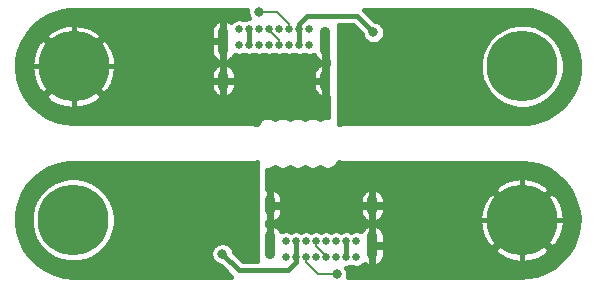
<source format=gtl>
G04 #@! TF.GenerationSoftware,KiCad,Pcbnew,(5.1.10)-1*
G04 #@! TF.CreationDate,2021-08-18T17:13:35+08:00*
G04 #@! TF.ProjectId,dboard,64626f61-7264-42e6-9b69-6361645f7063,rev?*
G04 #@! TF.SameCoordinates,Original*
G04 #@! TF.FileFunction,Copper,L1,Top*
G04 #@! TF.FilePolarity,Positive*
%FSLAX46Y46*%
G04 Gerber Fmt 4.6, Leading zero omitted, Abs format (unit mm)*
G04 Created by KiCad (PCBNEW (5.1.10)-1) date 2021-08-18 17:13:35*
%MOMM*%
%LPD*%
G01*
G04 APERTURE LIST*
G04 #@! TA.AperFunction,ComponentPad*
%ADD10O,0.900000X1.700000*%
G04 #@! TD*
G04 #@! TA.AperFunction,ComponentPad*
%ADD11O,0.900000X2.400000*%
G04 #@! TD*
G04 #@! TA.AperFunction,ComponentPad*
%ADD12C,0.650000*%
G04 #@! TD*
G04 #@! TA.AperFunction,ComponentPad*
%ADD13C,0.800000*%
G04 #@! TD*
G04 #@! TA.AperFunction,ComponentPad*
%ADD14C,6.000000*%
G04 #@! TD*
G04 #@! TA.AperFunction,ViaPad*
%ADD15C,0.800000*%
G04 #@! TD*
G04 #@! TA.AperFunction,Conductor*
%ADD16C,0.400000*%
G04 #@! TD*
G04 #@! TA.AperFunction,Conductor*
%ADD17C,0.200000*%
G04 #@! TD*
G04 #@! TA.AperFunction,Conductor*
%ADD18C,0.100000*%
G04 #@! TD*
G04 APERTURE END LIST*
D10*
X-8293750Y6280000D03*
X356250Y6280000D03*
D11*
X-8293750Y9660000D03*
X356250Y9660000D03*
D12*
X-6948750Y9315000D03*
X-6098750Y9315000D03*
X-5248750Y9315000D03*
X-4398750Y9315000D03*
X-3548750Y9315000D03*
X-2698750Y9315000D03*
X-1848750Y9315000D03*
X-993750Y9315000D03*
X-6943750Y10640000D03*
X-6093750Y10640000D03*
X-5243750Y10640000D03*
X-4393750Y10640000D03*
X-3543750Y10640000D03*
X-1843750Y10640000D03*
X-993750Y10640000D03*
X-2693750Y10640000D03*
D13*
X15404904Y5873654D03*
X17031250Y5200000D03*
X18657596Y5873654D03*
X19331250Y7500000D03*
X18657596Y9126346D03*
X17031250Y9800000D03*
X15404904Y9126346D03*
X14731250Y7500000D03*
D14*
X17031250Y7500000D03*
D13*
X-22595096Y5873654D03*
X-20968750Y5200000D03*
X-19342404Y5873654D03*
X-18668750Y7500000D03*
X-19342404Y9126346D03*
X-20968750Y9800000D03*
X-22595096Y9126346D03*
X-23268750Y7500000D03*
D14*
X-20968750Y7500000D03*
D12*
X-1275000Y-8640000D03*
X-2975000Y-8640000D03*
X-2125000Y-8640000D03*
X-425000Y-8640000D03*
X425000Y-8640000D03*
X1275000Y-8640000D03*
X2125000Y-8640000D03*
X2975000Y-8640000D03*
X-2975000Y-7315000D03*
X-2120000Y-7315000D03*
X-1270000Y-7315000D03*
X-420000Y-7315000D03*
X430000Y-7315000D03*
X1280000Y-7315000D03*
X2130000Y-7315000D03*
X2980000Y-7315000D03*
D11*
X-4325000Y-7660000D03*
X4325000Y-7660000D03*
D10*
X-4325000Y-4280000D03*
X4325000Y-4280000D03*
D14*
X17000000Y-5500000D03*
D13*
X19300000Y-5500000D03*
X18626346Y-7126346D03*
X17000000Y-7800000D03*
X15373654Y-7126346D03*
X14700000Y-5500000D03*
X15373654Y-3873654D03*
X17000000Y-3200000D03*
X18626346Y-3873654D03*
D14*
X-21000000Y-5500000D03*
D13*
X-18700000Y-5500000D03*
X-19373654Y-7126346D03*
X-21000000Y-7800000D03*
X-22626346Y-7126346D03*
X-23300000Y-5500000D03*
X-22626346Y-3873654D03*
X-21000000Y-3200000D03*
X-19373654Y-3873654D03*
D15*
X-10100000Y-3300000D03*
X-12500000Y-3300000D03*
X-15100000Y-7100000D03*
X-15100000Y-3100000D03*
X-16400000Y-5100000D03*
X8531250Y5300000D03*
X11131250Y9100000D03*
X11131250Y5100000D03*
X6131250Y5300000D03*
X12431250Y7100000D03*
X-8382000Y-8382000D03*
X4413250Y10382000D03*
X1307716Y-10122285D03*
X-5276466Y12122285D03*
D16*
X17000000Y-5500000D02*
X17000000Y-1500000D01*
X17000000Y-5500000D02*
X21000000Y-5500000D01*
X17000000Y-5500000D02*
X17000000Y-9500000D01*
X17000000Y-5500000D02*
X12500000Y-5500000D01*
X-20968750Y7500000D02*
X-16468750Y7500000D01*
X-20968750Y7500000D02*
X-20968750Y3500000D01*
X-20968750Y7500000D02*
X-24968750Y7500000D01*
X-20968750Y7500000D02*
X-20968750Y11500000D01*
X-2120000Y-8635000D02*
X-2125000Y-8640000D01*
X-2120000Y-7315000D02*
X-2120000Y-8635000D01*
X2130000Y-8635000D02*
X2125000Y-8640000D01*
X2130000Y-7315000D02*
X2130000Y-8635000D01*
X-8382000Y-8382000D02*
X-6985000Y-9779000D01*
X-2125000Y-9099619D02*
X-2125000Y-8640000D01*
X-2804381Y-9779000D02*
X-2125000Y-9099619D01*
X-6985000Y-9779000D02*
X-2804381Y-9779000D01*
X-6098750Y9315000D02*
X-6098750Y10635000D01*
X-1843750Y11099619D02*
X-1843750Y10640000D01*
X-6098750Y10635000D02*
X-6093750Y10640000D01*
X-1164369Y11779000D02*
X-1843750Y11099619D01*
X3016250Y11779000D02*
X-1164369Y11779000D01*
X-1848750Y10635000D02*
X-1843750Y10640000D01*
X-1848750Y9315000D02*
X-1848750Y10635000D01*
X4413250Y10382000D02*
X3016250Y11779000D01*
D17*
X-252334Y-10122285D02*
X1307716Y-10122285D01*
X-1275000Y-9099619D02*
X-252334Y-10122285D01*
X-1275000Y-8640000D02*
X-1275000Y-9099619D01*
X-3716416Y12122285D02*
X-5276466Y12122285D01*
X-2693750Y11099619D02*
X-3716416Y12122285D01*
X-2693750Y10640000D02*
X-2693750Y11099619D01*
X425000Y-8564998D02*
X425000Y-8640000D01*
X-420000Y-7719998D02*
X425000Y-8564998D01*
X-420000Y-7315000D02*
X-420000Y-7719998D01*
X-4393750Y10564998D02*
X-4393750Y10640000D01*
X-3548750Y9719998D02*
X-4393750Y10564998D01*
X-3548750Y9315000D02*
X-3548750Y9719998D01*
D16*
X1603444Y-651079D02*
X1665709Y-663408D01*
X1727737Y-676593D01*
X1737448Y-677613D01*
X1737458Y-677615D01*
X1737467Y-677615D01*
X1930702Y-696562D01*
X1965610Y-700000D01*
X16970351Y-700000D01*
X17808329Y-771104D01*
X18593539Y-974904D01*
X19333186Y-1308091D01*
X20006124Y-1761139D01*
X20593106Y-2321093D01*
X21077346Y-2971936D01*
X21445006Y-3695070D01*
X21685572Y-4469816D01*
X21792159Y-5274007D01*
X21761725Y-6084665D01*
X21595139Y-6878609D01*
X21297164Y-7633131D01*
X20876319Y-8326660D01*
X20344640Y-8939367D01*
X19717327Y-9453731D01*
X19012315Y-9855048D01*
X18249761Y-10131841D01*
X17438489Y-10278544D01*
X16983502Y-10300000D01*
X2291958Y-10300000D01*
X2307716Y-10220776D01*
X2307716Y-10023794D01*
X2269287Y-9830596D01*
X2193905Y-9648607D01*
X2138040Y-9565000D01*
X2216105Y-9565000D01*
X2394813Y-9529453D01*
X2550000Y-9465173D01*
X2705187Y-9529453D01*
X2883895Y-9565000D01*
X3066105Y-9565000D01*
X3244813Y-9529453D01*
X3413152Y-9459725D01*
X3564653Y-9358495D01*
X3681181Y-9241967D01*
X3824798Y-9338599D01*
X4015570Y-9418341D01*
X4062722Y-9426715D01*
X4225000Y-9304427D01*
X4225000Y-7760000D01*
X4425000Y-7760000D01*
X4425000Y-9304427D01*
X4587278Y-9426715D01*
X4634430Y-9418341D01*
X4825202Y-9338599D01*
X4996752Y-9223172D01*
X5142487Y-9076495D01*
X5256806Y-8904205D01*
X5335316Y-8712923D01*
X5375000Y-8510000D01*
X5375000Y-8021527D01*
X14619895Y-8021527D01*
X14955449Y-8484214D01*
X15576926Y-8825746D01*
X16253091Y-9039470D01*
X16957959Y-9117176D01*
X17664443Y-9055875D01*
X18345392Y-8857923D01*
X18974640Y-8530928D01*
X19044551Y-8484214D01*
X19380105Y-8021527D01*
X19155948Y-7797370D01*
X19155948Y-7797369D01*
X17000000Y-5641421D01*
X14844052Y-7797369D01*
X14844052Y-7797370D01*
X14619895Y-8021527D01*
X5375000Y-8021527D01*
X5375000Y-7760000D01*
X4425000Y-7760000D01*
X4225000Y-7760000D01*
X4205000Y-7760000D01*
X4205000Y-7560000D01*
X4225000Y-7560000D01*
X4225000Y-6015573D01*
X4425000Y-6015573D01*
X4425000Y-7560000D01*
X5375000Y-7560000D01*
X5375000Y-6810000D01*
X5335316Y-6607077D01*
X5256806Y-6415795D01*
X5142487Y-6243505D01*
X4996752Y-6096828D01*
X4825202Y-5981401D01*
X4634430Y-5901659D01*
X4587278Y-5893285D01*
X4425000Y-6015573D01*
X4225000Y-6015573D01*
X4062722Y-5893285D01*
X4015570Y-5901659D01*
X3824798Y-5981401D01*
X3653248Y-6096828D01*
X3507513Y-6243505D01*
X3393194Y-6415795D01*
X3368939Y-6474890D01*
X3249813Y-6425547D01*
X3071105Y-6390000D01*
X2888895Y-6390000D01*
X2710187Y-6425547D01*
X2555000Y-6489827D01*
X2399813Y-6425547D01*
X2221105Y-6390000D01*
X2038895Y-6390000D01*
X1860187Y-6425547D01*
X1705000Y-6489827D01*
X1549813Y-6425547D01*
X1371105Y-6390000D01*
X1188895Y-6390000D01*
X1010187Y-6425547D01*
X855000Y-6489827D01*
X699813Y-6425547D01*
X521105Y-6390000D01*
X338895Y-6390000D01*
X160187Y-6425547D01*
X5000Y-6489827D01*
X-150187Y-6425547D01*
X-328895Y-6390000D01*
X-511105Y-6390000D01*
X-689813Y-6425547D01*
X-845000Y-6489827D01*
X-1000187Y-6425547D01*
X-1178895Y-6390000D01*
X-1361105Y-6390000D01*
X-1539813Y-6425547D01*
X-1695000Y-6489827D01*
X-1850187Y-6425547D01*
X-2028895Y-6390000D01*
X-2211105Y-6390000D01*
X-2389813Y-6425547D01*
X-2547500Y-6490863D01*
X-2705187Y-6425547D01*
X-2883895Y-6390000D01*
X-3066105Y-6390000D01*
X-3244813Y-6425547D01*
X-3368212Y-6476660D01*
X-3393194Y-6415795D01*
X-3507513Y-6243505D01*
X-3653248Y-6096828D01*
X-3824798Y-5981401D01*
X-4015570Y-5901659D01*
X-4062722Y-5893285D01*
X-4225000Y-6015573D01*
X-4225000Y-7560000D01*
X-4205000Y-7560000D01*
X-4205000Y-7760000D01*
X-4225000Y-7760000D01*
X-4225000Y-7780000D01*
X-4425000Y-7780000D01*
X-4425000Y-7760000D01*
X-4445000Y-7760000D01*
X-4445000Y-7560000D01*
X-4425000Y-7560000D01*
X-4425000Y-6015573D01*
X-4550000Y-5921377D01*
X-4550000Y-5668623D01*
X-4425000Y-5574427D01*
X-4425000Y-4380000D01*
X-4225000Y-4380000D01*
X-4225000Y-5574427D01*
X-4062722Y-5696715D01*
X-4015570Y-5688341D01*
X-3824798Y-5608599D01*
X-3653248Y-5493172D01*
X-3507513Y-5346495D01*
X-3393194Y-5174205D01*
X-3314684Y-4982923D01*
X-3275000Y-4780000D01*
X-3275000Y-4380000D01*
X3275000Y-4380000D01*
X3275000Y-4780000D01*
X3314684Y-4982923D01*
X3393194Y-5174205D01*
X3507513Y-5346495D01*
X3653248Y-5493172D01*
X3824798Y-5608599D01*
X4015570Y-5688341D01*
X4062722Y-5696715D01*
X4225000Y-5574427D01*
X4225000Y-4380000D01*
X4425000Y-4380000D01*
X4425000Y-5574427D01*
X4587278Y-5696715D01*
X4634430Y-5688341D01*
X4825202Y-5608599D01*
X4996752Y-5493172D01*
X5031738Y-5457959D01*
X13382824Y-5457959D01*
X13444125Y-6164443D01*
X13642077Y-6845392D01*
X13969072Y-7474640D01*
X14015786Y-7544551D01*
X14478473Y-7880105D01*
X14702630Y-7655948D01*
X14702631Y-7655948D01*
X16858579Y-5500000D01*
X17141421Y-5500000D01*
X19297369Y-7655948D01*
X19297370Y-7655948D01*
X19521527Y-7880105D01*
X19984214Y-7544551D01*
X20325746Y-6923074D01*
X20539470Y-6246909D01*
X20617176Y-5542041D01*
X20555875Y-4835557D01*
X20357923Y-4154608D01*
X20030928Y-3525360D01*
X19984214Y-3455449D01*
X19521527Y-3119895D01*
X19297370Y-3344052D01*
X19297369Y-3344052D01*
X17141421Y-5500000D01*
X16858579Y-5500000D01*
X14702631Y-3344052D01*
X14702630Y-3344052D01*
X14478473Y-3119895D01*
X14015786Y-3455449D01*
X13674254Y-4076926D01*
X13460530Y-4753091D01*
X13382824Y-5457959D01*
X5031738Y-5457959D01*
X5142487Y-5346495D01*
X5256806Y-5174205D01*
X5335316Y-4982923D01*
X5375000Y-4780000D01*
X5375000Y-4380000D01*
X4425000Y-4380000D01*
X4225000Y-4380000D01*
X3275000Y-4380000D01*
X-3275000Y-4380000D01*
X-4225000Y-4380000D01*
X-4425000Y-4380000D01*
X-4445000Y-4380000D01*
X-4445000Y-4180000D01*
X-4425000Y-4180000D01*
X-4425000Y-2985573D01*
X-4225000Y-2985573D01*
X-4225000Y-4180000D01*
X-3275000Y-4180000D01*
X-3275000Y-3780000D01*
X3275000Y-3780000D01*
X3275000Y-4180000D01*
X4225000Y-4180000D01*
X4225000Y-2985573D01*
X4425000Y-2985573D01*
X4425000Y-4180000D01*
X5375000Y-4180000D01*
X5375000Y-3780000D01*
X5335316Y-3577077D01*
X5256806Y-3385795D01*
X5142487Y-3213505D01*
X4996752Y-3066828D01*
X4865437Y-2978473D01*
X14619895Y-2978473D01*
X14844052Y-3202630D01*
X14844052Y-3202631D01*
X17000000Y-5358579D01*
X19155948Y-3202631D01*
X19155948Y-3202630D01*
X19380105Y-2978473D01*
X19044551Y-2515786D01*
X18423074Y-2174254D01*
X17746909Y-1960530D01*
X17042041Y-1882824D01*
X16335557Y-1944125D01*
X15654608Y-2142077D01*
X15025360Y-2469072D01*
X14955449Y-2515786D01*
X14619895Y-2978473D01*
X4865437Y-2978473D01*
X4825202Y-2951401D01*
X4634430Y-2871659D01*
X4587278Y-2863285D01*
X4425000Y-2985573D01*
X4225000Y-2985573D01*
X4062722Y-2863285D01*
X4015570Y-2871659D01*
X3824798Y-2951401D01*
X3653248Y-3066828D01*
X3507513Y-3213505D01*
X3393194Y-3385795D01*
X3314684Y-3577077D01*
X3275000Y-3780000D01*
X-3275000Y-3780000D01*
X-3314684Y-3577077D01*
X-3393194Y-3385795D01*
X-3507513Y-3213505D01*
X-3653248Y-3066828D01*
X-3824798Y-2951401D01*
X-4015570Y-2871659D01*
X-4062722Y-2863285D01*
X-4225000Y-2985573D01*
X-4425000Y-2985573D01*
X-4550000Y-2891377D01*
X-4550000Y-1247700D01*
X-4442129Y-1247700D01*
X-4250148Y-1209513D01*
X-4069307Y-1134605D01*
X-3906553Y-1025857D01*
X-3905000Y-1024304D01*
X-3903447Y-1025857D01*
X-3740693Y-1134605D01*
X-3559852Y-1209513D01*
X-3367871Y-1247700D01*
X-3172129Y-1247700D01*
X-2980148Y-1209513D01*
X-2799307Y-1134605D01*
X-2636553Y-1025857D01*
X-2635000Y-1024304D01*
X-2633447Y-1025857D01*
X-2470693Y-1134605D01*
X-2289852Y-1209513D01*
X-2097871Y-1247700D01*
X-1902129Y-1247700D01*
X-1710148Y-1209513D01*
X-1529307Y-1134605D01*
X-1366553Y-1025857D01*
X-1365000Y-1024304D01*
X-1363447Y-1025857D01*
X-1200693Y-1134605D01*
X-1019852Y-1209513D01*
X-827871Y-1247700D01*
X-632129Y-1247700D01*
X-440148Y-1209513D01*
X-259307Y-1134605D01*
X-96553Y-1025857D01*
X-95000Y-1024304D01*
X-93447Y-1025857D01*
X69307Y-1134605D01*
X250148Y-1209513D01*
X442129Y-1247700D01*
X637871Y-1247700D01*
X829852Y-1209513D01*
X1010693Y-1134605D01*
X1173447Y-1025857D01*
X1311857Y-887447D01*
X1420605Y-724693D01*
X1468032Y-610196D01*
X1603444Y-651079D01*
G04 #@! TA.AperFunction,Conductor*
D18*
G36*
X1603444Y-651079D02*
G01*
X1665709Y-663408D01*
X1727737Y-676593D01*
X1737448Y-677613D01*
X1737458Y-677615D01*
X1737467Y-677615D01*
X1930702Y-696562D01*
X1965610Y-700000D01*
X16970351Y-700000D01*
X17808329Y-771104D01*
X18593539Y-974904D01*
X19333186Y-1308091D01*
X20006124Y-1761139D01*
X20593106Y-2321093D01*
X21077346Y-2971936D01*
X21445006Y-3695070D01*
X21685572Y-4469816D01*
X21792159Y-5274007D01*
X21761725Y-6084665D01*
X21595139Y-6878609D01*
X21297164Y-7633131D01*
X20876319Y-8326660D01*
X20344640Y-8939367D01*
X19717327Y-9453731D01*
X19012315Y-9855048D01*
X18249761Y-10131841D01*
X17438489Y-10278544D01*
X16983502Y-10300000D01*
X2291958Y-10300000D01*
X2307716Y-10220776D01*
X2307716Y-10023794D01*
X2269287Y-9830596D01*
X2193905Y-9648607D01*
X2138040Y-9565000D01*
X2216105Y-9565000D01*
X2394813Y-9529453D01*
X2550000Y-9465173D01*
X2705187Y-9529453D01*
X2883895Y-9565000D01*
X3066105Y-9565000D01*
X3244813Y-9529453D01*
X3413152Y-9459725D01*
X3564653Y-9358495D01*
X3681181Y-9241967D01*
X3824798Y-9338599D01*
X4015570Y-9418341D01*
X4062722Y-9426715D01*
X4225000Y-9304427D01*
X4225000Y-7760000D01*
X4425000Y-7760000D01*
X4425000Y-9304427D01*
X4587278Y-9426715D01*
X4634430Y-9418341D01*
X4825202Y-9338599D01*
X4996752Y-9223172D01*
X5142487Y-9076495D01*
X5256806Y-8904205D01*
X5335316Y-8712923D01*
X5375000Y-8510000D01*
X5375000Y-8021527D01*
X14619895Y-8021527D01*
X14955449Y-8484214D01*
X15576926Y-8825746D01*
X16253091Y-9039470D01*
X16957959Y-9117176D01*
X17664443Y-9055875D01*
X18345392Y-8857923D01*
X18974640Y-8530928D01*
X19044551Y-8484214D01*
X19380105Y-8021527D01*
X19155948Y-7797370D01*
X19155948Y-7797369D01*
X17000000Y-5641421D01*
X14844052Y-7797369D01*
X14844052Y-7797370D01*
X14619895Y-8021527D01*
X5375000Y-8021527D01*
X5375000Y-7760000D01*
X4425000Y-7760000D01*
X4225000Y-7760000D01*
X4205000Y-7760000D01*
X4205000Y-7560000D01*
X4225000Y-7560000D01*
X4225000Y-6015573D01*
X4425000Y-6015573D01*
X4425000Y-7560000D01*
X5375000Y-7560000D01*
X5375000Y-6810000D01*
X5335316Y-6607077D01*
X5256806Y-6415795D01*
X5142487Y-6243505D01*
X4996752Y-6096828D01*
X4825202Y-5981401D01*
X4634430Y-5901659D01*
X4587278Y-5893285D01*
X4425000Y-6015573D01*
X4225000Y-6015573D01*
X4062722Y-5893285D01*
X4015570Y-5901659D01*
X3824798Y-5981401D01*
X3653248Y-6096828D01*
X3507513Y-6243505D01*
X3393194Y-6415795D01*
X3368939Y-6474890D01*
X3249813Y-6425547D01*
X3071105Y-6390000D01*
X2888895Y-6390000D01*
X2710187Y-6425547D01*
X2555000Y-6489827D01*
X2399813Y-6425547D01*
X2221105Y-6390000D01*
X2038895Y-6390000D01*
X1860187Y-6425547D01*
X1705000Y-6489827D01*
X1549813Y-6425547D01*
X1371105Y-6390000D01*
X1188895Y-6390000D01*
X1010187Y-6425547D01*
X855000Y-6489827D01*
X699813Y-6425547D01*
X521105Y-6390000D01*
X338895Y-6390000D01*
X160187Y-6425547D01*
X5000Y-6489827D01*
X-150187Y-6425547D01*
X-328895Y-6390000D01*
X-511105Y-6390000D01*
X-689813Y-6425547D01*
X-845000Y-6489827D01*
X-1000187Y-6425547D01*
X-1178895Y-6390000D01*
X-1361105Y-6390000D01*
X-1539813Y-6425547D01*
X-1695000Y-6489827D01*
X-1850187Y-6425547D01*
X-2028895Y-6390000D01*
X-2211105Y-6390000D01*
X-2389813Y-6425547D01*
X-2547500Y-6490863D01*
X-2705187Y-6425547D01*
X-2883895Y-6390000D01*
X-3066105Y-6390000D01*
X-3244813Y-6425547D01*
X-3368212Y-6476660D01*
X-3393194Y-6415795D01*
X-3507513Y-6243505D01*
X-3653248Y-6096828D01*
X-3824798Y-5981401D01*
X-4015570Y-5901659D01*
X-4062722Y-5893285D01*
X-4225000Y-6015573D01*
X-4225000Y-7560000D01*
X-4205000Y-7560000D01*
X-4205000Y-7760000D01*
X-4225000Y-7760000D01*
X-4225000Y-7780000D01*
X-4425000Y-7780000D01*
X-4425000Y-7760000D01*
X-4445000Y-7760000D01*
X-4445000Y-7560000D01*
X-4425000Y-7560000D01*
X-4425000Y-6015573D01*
X-4550000Y-5921377D01*
X-4550000Y-5668623D01*
X-4425000Y-5574427D01*
X-4425000Y-4380000D01*
X-4225000Y-4380000D01*
X-4225000Y-5574427D01*
X-4062722Y-5696715D01*
X-4015570Y-5688341D01*
X-3824798Y-5608599D01*
X-3653248Y-5493172D01*
X-3507513Y-5346495D01*
X-3393194Y-5174205D01*
X-3314684Y-4982923D01*
X-3275000Y-4780000D01*
X-3275000Y-4380000D01*
X3275000Y-4380000D01*
X3275000Y-4780000D01*
X3314684Y-4982923D01*
X3393194Y-5174205D01*
X3507513Y-5346495D01*
X3653248Y-5493172D01*
X3824798Y-5608599D01*
X4015570Y-5688341D01*
X4062722Y-5696715D01*
X4225000Y-5574427D01*
X4225000Y-4380000D01*
X4425000Y-4380000D01*
X4425000Y-5574427D01*
X4587278Y-5696715D01*
X4634430Y-5688341D01*
X4825202Y-5608599D01*
X4996752Y-5493172D01*
X5031738Y-5457959D01*
X13382824Y-5457959D01*
X13444125Y-6164443D01*
X13642077Y-6845392D01*
X13969072Y-7474640D01*
X14015786Y-7544551D01*
X14478473Y-7880105D01*
X14702630Y-7655948D01*
X14702631Y-7655948D01*
X16858579Y-5500000D01*
X17141421Y-5500000D01*
X19297369Y-7655948D01*
X19297370Y-7655948D01*
X19521527Y-7880105D01*
X19984214Y-7544551D01*
X20325746Y-6923074D01*
X20539470Y-6246909D01*
X20617176Y-5542041D01*
X20555875Y-4835557D01*
X20357923Y-4154608D01*
X20030928Y-3525360D01*
X19984214Y-3455449D01*
X19521527Y-3119895D01*
X19297370Y-3344052D01*
X19297369Y-3344052D01*
X17141421Y-5500000D01*
X16858579Y-5500000D01*
X14702631Y-3344052D01*
X14702630Y-3344052D01*
X14478473Y-3119895D01*
X14015786Y-3455449D01*
X13674254Y-4076926D01*
X13460530Y-4753091D01*
X13382824Y-5457959D01*
X5031738Y-5457959D01*
X5142487Y-5346495D01*
X5256806Y-5174205D01*
X5335316Y-4982923D01*
X5375000Y-4780000D01*
X5375000Y-4380000D01*
X4425000Y-4380000D01*
X4225000Y-4380000D01*
X3275000Y-4380000D01*
X-3275000Y-4380000D01*
X-4225000Y-4380000D01*
X-4425000Y-4380000D01*
X-4445000Y-4380000D01*
X-4445000Y-4180000D01*
X-4425000Y-4180000D01*
X-4425000Y-2985573D01*
X-4225000Y-2985573D01*
X-4225000Y-4180000D01*
X-3275000Y-4180000D01*
X-3275000Y-3780000D01*
X3275000Y-3780000D01*
X3275000Y-4180000D01*
X4225000Y-4180000D01*
X4225000Y-2985573D01*
X4425000Y-2985573D01*
X4425000Y-4180000D01*
X5375000Y-4180000D01*
X5375000Y-3780000D01*
X5335316Y-3577077D01*
X5256806Y-3385795D01*
X5142487Y-3213505D01*
X4996752Y-3066828D01*
X4865437Y-2978473D01*
X14619895Y-2978473D01*
X14844052Y-3202630D01*
X14844052Y-3202631D01*
X17000000Y-5358579D01*
X19155948Y-3202631D01*
X19155948Y-3202630D01*
X19380105Y-2978473D01*
X19044551Y-2515786D01*
X18423074Y-2174254D01*
X17746909Y-1960530D01*
X17042041Y-1882824D01*
X16335557Y-1944125D01*
X15654608Y-2142077D01*
X15025360Y-2469072D01*
X14955449Y-2515786D01*
X14619895Y-2978473D01*
X4865437Y-2978473D01*
X4825202Y-2951401D01*
X4634430Y-2871659D01*
X4587278Y-2863285D01*
X4425000Y-2985573D01*
X4225000Y-2985573D01*
X4062722Y-2863285D01*
X4015570Y-2871659D01*
X3824798Y-2951401D01*
X3653248Y-3066828D01*
X3507513Y-3213505D01*
X3393194Y-3385795D01*
X3314684Y-3577077D01*
X3275000Y-3780000D01*
X-3275000Y-3780000D01*
X-3314684Y-3577077D01*
X-3393194Y-3385795D01*
X-3507513Y-3213505D01*
X-3653248Y-3066828D01*
X-3824798Y-2951401D01*
X-4015570Y-2871659D01*
X-4062722Y-2863285D01*
X-4225000Y-2985573D01*
X-4425000Y-2985573D01*
X-4550000Y-2891377D01*
X-4550000Y-1247700D01*
X-4442129Y-1247700D01*
X-4250148Y-1209513D01*
X-4069307Y-1134605D01*
X-3906553Y-1025857D01*
X-3905000Y-1024304D01*
X-3903447Y-1025857D01*
X-3740693Y-1134605D01*
X-3559852Y-1209513D01*
X-3367871Y-1247700D01*
X-3172129Y-1247700D01*
X-2980148Y-1209513D01*
X-2799307Y-1134605D01*
X-2636553Y-1025857D01*
X-2635000Y-1024304D01*
X-2633447Y-1025857D01*
X-2470693Y-1134605D01*
X-2289852Y-1209513D01*
X-2097871Y-1247700D01*
X-1902129Y-1247700D01*
X-1710148Y-1209513D01*
X-1529307Y-1134605D01*
X-1366553Y-1025857D01*
X-1365000Y-1024304D01*
X-1363447Y-1025857D01*
X-1200693Y-1134605D01*
X-1019852Y-1209513D01*
X-827871Y-1247700D01*
X-632129Y-1247700D01*
X-440148Y-1209513D01*
X-259307Y-1134605D01*
X-96553Y-1025857D01*
X-95000Y-1024304D01*
X-93447Y-1025857D01*
X69307Y-1134605D01*
X250148Y-1209513D01*
X442129Y-1247700D01*
X637871Y-1247700D01*
X829852Y-1209513D01*
X1010693Y-1134605D01*
X1173447Y-1025857D01*
X1311857Y-887447D01*
X1420605Y-724693D01*
X1468032Y-610196D01*
X1603444Y-651079D01*
G37*
G04 #@! TD.AperFunction*
D16*
X-5450000Y-653729D02*
X-5450000Y-8979000D01*
X-6653629Y-8979000D01*
X-7390164Y-8242466D01*
X-7420429Y-8090311D01*
X-7495811Y-7908322D01*
X-7605249Y-7744537D01*
X-7744537Y-7605249D01*
X-7908322Y-7495811D01*
X-8090311Y-7420429D01*
X-8283509Y-7382000D01*
X-8480491Y-7382000D01*
X-8673689Y-7420429D01*
X-8855678Y-7495811D01*
X-9019463Y-7605249D01*
X-9158751Y-7744537D01*
X-9268189Y-7908322D01*
X-9343571Y-8090311D01*
X-9382000Y-8283509D01*
X-9382000Y-8480491D01*
X-9343571Y-8673689D01*
X-9268189Y-8855678D01*
X-9158751Y-9019463D01*
X-9019463Y-9158751D01*
X-8855678Y-9268189D01*
X-8673689Y-9343571D01*
X-8521534Y-9373836D01*
X-7595371Y-10300000D01*
X-20970351Y-10300000D01*
X-21808329Y-10228896D01*
X-22593534Y-10025098D01*
X-23333185Y-9691910D01*
X-24006121Y-9238863D01*
X-24593100Y-8678913D01*
X-25077347Y-8028064D01*
X-25445006Y-7304930D01*
X-25685570Y-6530190D01*
X-25792159Y-5725994D01*
X-25770364Y-5145431D01*
X-24600000Y-5145431D01*
X-24600000Y-5854569D01*
X-24461654Y-6550081D01*
X-24190279Y-7205240D01*
X-23796303Y-7794866D01*
X-23294866Y-8296303D01*
X-22705240Y-8690279D01*
X-22050081Y-8961654D01*
X-21354569Y-9100000D01*
X-20645431Y-9100000D01*
X-19949919Y-8961654D01*
X-19294760Y-8690279D01*
X-18705134Y-8296303D01*
X-18203697Y-7794866D01*
X-17809721Y-7205240D01*
X-17538346Y-6550081D01*
X-17400000Y-5854569D01*
X-17400000Y-5145431D01*
X-17538346Y-4449919D01*
X-17809721Y-3794760D01*
X-18203697Y-3205134D01*
X-18705134Y-2703697D01*
X-19294760Y-2309721D01*
X-19949919Y-2038346D01*
X-20645431Y-1900000D01*
X-21354569Y-1900000D01*
X-22050081Y-2038346D01*
X-22705240Y-2309721D01*
X-23294866Y-2703697D01*
X-23796303Y-3205134D01*
X-24190279Y-3794760D01*
X-24461654Y-4449919D01*
X-24600000Y-5145431D01*
X-25770364Y-5145431D01*
X-25761725Y-4915335D01*
X-25595139Y-4121391D01*
X-25297164Y-3366869D01*
X-24876318Y-2673338D01*
X-24344640Y-2060633D01*
X-23717327Y-1546269D01*
X-23012317Y-1144953D01*
X-22249767Y-868160D01*
X-21438489Y-721456D01*
X-20983502Y-700000D01*
X-5965610Y-700000D01*
X-5930702Y-696562D01*
X-5917730Y-696562D01*
X-5908010Y-695541D01*
X-5714060Y-673786D01*
X-5651979Y-660590D01*
X-5589763Y-648271D01*
X-5580426Y-645381D01*
X-5468204Y-609781D01*
X-5450000Y-653729D01*
G04 #@! TA.AperFunction,Conductor*
D18*
G36*
X-5450000Y-653729D02*
G01*
X-5450000Y-8979000D01*
X-6653629Y-8979000D01*
X-7390164Y-8242466D01*
X-7420429Y-8090311D01*
X-7495811Y-7908322D01*
X-7605249Y-7744537D01*
X-7744537Y-7605249D01*
X-7908322Y-7495811D01*
X-8090311Y-7420429D01*
X-8283509Y-7382000D01*
X-8480491Y-7382000D01*
X-8673689Y-7420429D01*
X-8855678Y-7495811D01*
X-9019463Y-7605249D01*
X-9158751Y-7744537D01*
X-9268189Y-7908322D01*
X-9343571Y-8090311D01*
X-9382000Y-8283509D01*
X-9382000Y-8480491D01*
X-9343571Y-8673689D01*
X-9268189Y-8855678D01*
X-9158751Y-9019463D01*
X-9019463Y-9158751D01*
X-8855678Y-9268189D01*
X-8673689Y-9343571D01*
X-8521534Y-9373836D01*
X-7595371Y-10300000D01*
X-20970351Y-10300000D01*
X-21808329Y-10228896D01*
X-22593534Y-10025098D01*
X-23333185Y-9691910D01*
X-24006121Y-9238863D01*
X-24593100Y-8678913D01*
X-25077347Y-8028064D01*
X-25445006Y-7304930D01*
X-25685570Y-6530190D01*
X-25792159Y-5725994D01*
X-25770364Y-5145431D01*
X-24600000Y-5145431D01*
X-24600000Y-5854569D01*
X-24461654Y-6550081D01*
X-24190279Y-7205240D01*
X-23796303Y-7794866D01*
X-23294866Y-8296303D01*
X-22705240Y-8690279D01*
X-22050081Y-8961654D01*
X-21354569Y-9100000D01*
X-20645431Y-9100000D01*
X-19949919Y-8961654D01*
X-19294760Y-8690279D01*
X-18705134Y-8296303D01*
X-18203697Y-7794866D01*
X-17809721Y-7205240D01*
X-17538346Y-6550081D01*
X-17400000Y-5854569D01*
X-17400000Y-5145431D01*
X-17538346Y-4449919D01*
X-17809721Y-3794760D01*
X-18203697Y-3205134D01*
X-18705134Y-2703697D01*
X-19294760Y-2309721D01*
X-19949919Y-2038346D01*
X-20645431Y-1900000D01*
X-21354569Y-1900000D01*
X-22050081Y-2038346D01*
X-22705240Y-2309721D01*
X-23294866Y-2703697D01*
X-23796303Y-3205134D01*
X-24190279Y-3794760D01*
X-24461654Y-4449919D01*
X-24600000Y-5145431D01*
X-25770364Y-5145431D01*
X-25761725Y-4915335D01*
X-25595139Y-4121391D01*
X-25297164Y-3366869D01*
X-24876318Y-2673338D01*
X-24344640Y-2060633D01*
X-23717327Y-1546269D01*
X-23012317Y-1144953D01*
X-22249767Y-868160D01*
X-21438489Y-721456D01*
X-20983502Y-700000D01*
X-5965610Y-700000D01*
X-5930702Y-696562D01*
X-5917730Y-696562D01*
X-5908010Y-695541D01*
X-5714060Y-673786D01*
X-5651979Y-660590D01*
X-5589763Y-648271D01*
X-5580426Y-645381D01*
X-5468204Y-609781D01*
X-5450000Y-653729D01*
G37*
G04 #@! TD.AperFunction*
D16*
X-6276466Y12220776D02*
X-6276466Y12023794D01*
X-6238037Y11830596D01*
X-6162655Y11648607D01*
X-6106790Y11565000D01*
X-6184855Y11565000D01*
X-6363563Y11529453D01*
X-6518750Y11465173D01*
X-6673937Y11529453D01*
X-6852645Y11565000D01*
X-7034855Y11565000D01*
X-7213563Y11529453D01*
X-7381902Y11459725D01*
X-7533403Y11358495D01*
X-7649931Y11241967D01*
X-7793548Y11338599D01*
X-7984320Y11418341D01*
X-8031472Y11426715D01*
X-8193750Y11304427D01*
X-8193750Y9760000D01*
X-8173750Y9760000D01*
X-8173750Y9560000D01*
X-8193750Y9560000D01*
X-8193750Y8015573D01*
X-8031472Y7893285D01*
X-7984320Y7901659D01*
X-7793548Y7981401D01*
X-7621998Y8096828D01*
X-7476263Y8243505D01*
X-7361944Y8415795D01*
X-7337689Y8474890D01*
X-7218563Y8425547D01*
X-7039855Y8390000D01*
X-6857645Y8390000D01*
X-6678937Y8425547D01*
X-6523750Y8489827D01*
X-6368563Y8425547D01*
X-6189855Y8390000D01*
X-6007645Y8390000D01*
X-5828937Y8425547D01*
X-5673750Y8489827D01*
X-5518563Y8425547D01*
X-5339855Y8390000D01*
X-5157645Y8390000D01*
X-4978937Y8425547D01*
X-4823750Y8489827D01*
X-4668563Y8425547D01*
X-4489855Y8390000D01*
X-4307645Y8390000D01*
X-4128937Y8425547D01*
X-3973750Y8489827D01*
X-3818563Y8425547D01*
X-3639855Y8390000D01*
X-3457645Y8390000D01*
X-3278937Y8425547D01*
X-3123750Y8489827D01*
X-2968563Y8425547D01*
X-2789855Y8390000D01*
X-2607645Y8390000D01*
X-2428937Y8425547D01*
X-2273750Y8489827D01*
X-2118563Y8425547D01*
X-1939855Y8390000D01*
X-1757645Y8390000D01*
X-1578937Y8425547D01*
X-1421250Y8490863D01*
X-1263563Y8425547D01*
X-1084855Y8390000D01*
X-902645Y8390000D01*
X-723937Y8425547D01*
X-600538Y8476660D01*
X-575556Y8415795D01*
X-461237Y8243505D01*
X-315502Y8096828D01*
X-143952Y7981401D01*
X46820Y7901659D01*
X93972Y7893285D01*
X256250Y8015573D01*
X256250Y9560000D01*
X236250Y9560000D01*
X236250Y9760000D01*
X256250Y9760000D01*
X256250Y9780000D01*
X456250Y9780000D01*
X456250Y9760000D01*
X476250Y9760000D01*
X476250Y9560000D01*
X456250Y9560000D01*
X456250Y8015573D01*
X581250Y7921377D01*
X581250Y7668623D01*
X456250Y7574427D01*
X456250Y6380000D01*
X476250Y6380000D01*
X476250Y6180000D01*
X456250Y6180000D01*
X456250Y4985573D01*
X581250Y4891377D01*
X581250Y3247700D01*
X473379Y3247700D01*
X281398Y3209513D01*
X100557Y3134605D01*
X-62197Y3025857D01*
X-63750Y3024304D01*
X-65303Y3025857D01*
X-228057Y3134605D01*
X-408898Y3209513D01*
X-600879Y3247700D01*
X-796621Y3247700D01*
X-988602Y3209513D01*
X-1169443Y3134605D01*
X-1332197Y3025857D01*
X-1333750Y3024304D01*
X-1335303Y3025857D01*
X-1498057Y3134605D01*
X-1678898Y3209513D01*
X-1870879Y3247700D01*
X-2066621Y3247700D01*
X-2258602Y3209513D01*
X-2439443Y3134605D01*
X-2602197Y3025857D01*
X-2603750Y3024304D01*
X-2605303Y3025857D01*
X-2768057Y3134605D01*
X-2948898Y3209513D01*
X-3140879Y3247700D01*
X-3336621Y3247700D01*
X-3528602Y3209513D01*
X-3709443Y3134605D01*
X-3872197Y3025857D01*
X-3873750Y3024304D01*
X-3875303Y3025857D01*
X-4038057Y3134605D01*
X-4218898Y3209513D01*
X-4410879Y3247700D01*
X-4606621Y3247700D01*
X-4798602Y3209513D01*
X-4979443Y3134605D01*
X-5142197Y3025857D01*
X-5280607Y2887447D01*
X-5389355Y2724693D01*
X-5440256Y2601810D01*
X-5603444Y2651079D01*
X-5665709Y2663408D01*
X-5727737Y2676593D01*
X-5737447Y2677613D01*
X-5737458Y2677615D01*
X-5737468Y2677615D01*
X-5930872Y2696579D01*
X-5965610Y2700000D01*
X-20939101Y2700000D01*
X-21777079Y2771104D01*
X-22562284Y2974902D01*
X-23301935Y3308090D01*
X-23974871Y3761137D01*
X-24561850Y4321087D01*
X-25046097Y4971936D01*
X-25049420Y4978473D01*
X-23348855Y4978473D01*
X-23013301Y4515786D01*
X-22391824Y4174254D01*
X-21715659Y3960530D01*
X-21010791Y3882824D01*
X-20304307Y3944125D01*
X-19623358Y4142077D01*
X-18994110Y4469072D01*
X-18924199Y4515786D01*
X-18588645Y4978473D01*
X-18812802Y5202630D01*
X-18812802Y5202631D01*
X-20968750Y7358579D01*
X-23124698Y5202631D01*
X-23124698Y5202630D01*
X-23348855Y4978473D01*
X-25049420Y4978473D01*
X-25413756Y5695070D01*
X-25654320Y6469810D01*
X-25760909Y7274006D01*
X-25750847Y7542041D01*
X-24585926Y7542041D01*
X-24524625Y6835557D01*
X-24326673Y6154608D01*
X-23999678Y5525360D01*
X-23952964Y5455449D01*
X-23490277Y5119895D01*
X-23266120Y5344052D01*
X-23266119Y5344052D01*
X-21110171Y7500000D01*
X-20827329Y7500000D01*
X-18671381Y5344052D01*
X-18671380Y5344052D01*
X-18447223Y5119895D01*
X-17984536Y5455449D01*
X-17643004Y6076926D01*
X-17610425Y6180000D01*
X-9343750Y6180000D01*
X-9343750Y5780000D01*
X-9304066Y5577077D01*
X-9225556Y5385795D01*
X-9111237Y5213505D01*
X-8965502Y5066828D01*
X-8793952Y4951401D01*
X-8603180Y4871659D01*
X-8556028Y4863285D01*
X-8393750Y4985573D01*
X-8393750Y6180000D01*
X-8193750Y6180000D01*
X-8193750Y4985573D01*
X-8031472Y4863285D01*
X-7984320Y4871659D01*
X-7793548Y4951401D01*
X-7621998Y5066828D01*
X-7476263Y5213505D01*
X-7361944Y5385795D01*
X-7283434Y5577077D01*
X-7243750Y5780000D01*
X-7243750Y6180000D01*
X-693750Y6180000D01*
X-693750Y5780000D01*
X-654066Y5577077D01*
X-575556Y5385795D01*
X-461237Y5213505D01*
X-315502Y5066828D01*
X-143952Y4951401D01*
X46820Y4871659D01*
X93972Y4863285D01*
X256250Y4985573D01*
X256250Y6180000D01*
X-693750Y6180000D01*
X-7243750Y6180000D01*
X-8193750Y6180000D01*
X-8393750Y6180000D01*
X-9343750Y6180000D01*
X-17610425Y6180000D01*
X-17429280Y6753091D01*
X-17426314Y6780000D01*
X-9343750Y6780000D01*
X-9343750Y6380000D01*
X-8393750Y6380000D01*
X-8393750Y7574427D01*
X-8193750Y7574427D01*
X-8193750Y6380000D01*
X-7243750Y6380000D01*
X-7243750Y6780000D01*
X-693750Y6780000D01*
X-693750Y6380000D01*
X256250Y6380000D01*
X256250Y7574427D01*
X93972Y7696715D01*
X46820Y7688341D01*
X-143952Y7608599D01*
X-315502Y7493172D01*
X-461237Y7346495D01*
X-575556Y7174205D01*
X-654066Y6982923D01*
X-693750Y6780000D01*
X-7243750Y6780000D01*
X-7283434Y6982923D01*
X-7361944Y7174205D01*
X-7476263Y7346495D01*
X-7621998Y7493172D01*
X-7793548Y7608599D01*
X-7984320Y7688341D01*
X-8031472Y7696715D01*
X-8193750Y7574427D01*
X-8393750Y7574427D01*
X-8556028Y7696715D01*
X-8603180Y7688341D01*
X-8793952Y7608599D01*
X-8965502Y7493172D01*
X-9111237Y7346495D01*
X-9225556Y7174205D01*
X-9304066Y6982923D01*
X-9343750Y6780000D01*
X-17426314Y6780000D01*
X-17351574Y7457959D01*
X-17412875Y8164443D01*
X-17610827Y8845392D01*
X-17937822Y9474640D01*
X-17984536Y9544551D01*
X-18005838Y9560000D01*
X-9343750Y9560000D01*
X-9343750Y8810000D01*
X-9304066Y8607077D01*
X-9225556Y8415795D01*
X-9111237Y8243505D01*
X-8965502Y8096828D01*
X-8793952Y7981401D01*
X-8603180Y7901659D01*
X-8556028Y7893285D01*
X-8393750Y8015573D01*
X-8393750Y9560000D01*
X-9343750Y9560000D01*
X-18005838Y9560000D01*
X-18447223Y9880105D01*
X-18671380Y9655948D01*
X-18671381Y9655948D01*
X-20827329Y7500000D01*
X-21110171Y7500000D01*
X-23266119Y9655948D01*
X-23266120Y9655948D01*
X-23490277Y9880105D01*
X-23952964Y9544551D01*
X-24294496Y8923074D01*
X-24508220Y8246909D01*
X-24585926Y7542041D01*
X-25750847Y7542041D01*
X-25730475Y8084665D01*
X-25563889Y8878609D01*
X-25265914Y9633131D01*
X-25030229Y10021527D01*
X-23348855Y10021527D01*
X-23124698Y9797370D01*
X-23124698Y9797369D01*
X-20968750Y7641421D01*
X-18812802Y9797369D01*
X-18812802Y9797370D01*
X-18588645Y10021527D01*
X-18924199Y10484214D01*
X-18971121Y10510000D01*
X-9343750Y10510000D01*
X-9343750Y9760000D01*
X-8393750Y9760000D01*
X-8393750Y11304427D01*
X-8556028Y11426715D01*
X-8603180Y11418341D01*
X-8793952Y11338599D01*
X-8965502Y11223172D01*
X-9111237Y11076495D01*
X-9225556Y10904205D01*
X-9304066Y10712923D01*
X-9343750Y10510000D01*
X-18971121Y10510000D01*
X-19545676Y10825746D01*
X-20221841Y11039470D01*
X-20926709Y11117176D01*
X-21633193Y11055875D01*
X-22314142Y10857923D01*
X-22943390Y10530928D01*
X-23013301Y10484214D01*
X-23348855Y10021527D01*
X-25030229Y10021527D01*
X-24845068Y10326662D01*
X-24313390Y10939367D01*
X-23686077Y11453731D01*
X-22981067Y11855047D01*
X-22218517Y12131840D01*
X-21407239Y12278544D01*
X-20952252Y12300000D01*
X-6260708Y12300000D01*
X-6276466Y12220776D01*
G04 #@! TA.AperFunction,Conductor*
D18*
G36*
X-6276466Y12220776D02*
G01*
X-6276466Y12023794D01*
X-6238037Y11830596D01*
X-6162655Y11648607D01*
X-6106790Y11565000D01*
X-6184855Y11565000D01*
X-6363563Y11529453D01*
X-6518750Y11465173D01*
X-6673937Y11529453D01*
X-6852645Y11565000D01*
X-7034855Y11565000D01*
X-7213563Y11529453D01*
X-7381902Y11459725D01*
X-7533403Y11358495D01*
X-7649931Y11241967D01*
X-7793548Y11338599D01*
X-7984320Y11418341D01*
X-8031472Y11426715D01*
X-8193750Y11304427D01*
X-8193750Y9760000D01*
X-8173750Y9760000D01*
X-8173750Y9560000D01*
X-8193750Y9560000D01*
X-8193750Y8015573D01*
X-8031472Y7893285D01*
X-7984320Y7901659D01*
X-7793548Y7981401D01*
X-7621998Y8096828D01*
X-7476263Y8243505D01*
X-7361944Y8415795D01*
X-7337689Y8474890D01*
X-7218563Y8425547D01*
X-7039855Y8390000D01*
X-6857645Y8390000D01*
X-6678937Y8425547D01*
X-6523750Y8489827D01*
X-6368563Y8425547D01*
X-6189855Y8390000D01*
X-6007645Y8390000D01*
X-5828937Y8425547D01*
X-5673750Y8489827D01*
X-5518563Y8425547D01*
X-5339855Y8390000D01*
X-5157645Y8390000D01*
X-4978937Y8425547D01*
X-4823750Y8489827D01*
X-4668563Y8425547D01*
X-4489855Y8390000D01*
X-4307645Y8390000D01*
X-4128937Y8425547D01*
X-3973750Y8489827D01*
X-3818563Y8425547D01*
X-3639855Y8390000D01*
X-3457645Y8390000D01*
X-3278937Y8425547D01*
X-3123750Y8489827D01*
X-2968563Y8425547D01*
X-2789855Y8390000D01*
X-2607645Y8390000D01*
X-2428937Y8425547D01*
X-2273750Y8489827D01*
X-2118563Y8425547D01*
X-1939855Y8390000D01*
X-1757645Y8390000D01*
X-1578937Y8425547D01*
X-1421250Y8490863D01*
X-1263563Y8425547D01*
X-1084855Y8390000D01*
X-902645Y8390000D01*
X-723937Y8425547D01*
X-600538Y8476660D01*
X-575556Y8415795D01*
X-461237Y8243505D01*
X-315502Y8096828D01*
X-143952Y7981401D01*
X46820Y7901659D01*
X93972Y7893285D01*
X256250Y8015573D01*
X256250Y9560000D01*
X236250Y9560000D01*
X236250Y9760000D01*
X256250Y9760000D01*
X256250Y9780000D01*
X456250Y9780000D01*
X456250Y9760000D01*
X476250Y9760000D01*
X476250Y9560000D01*
X456250Y9560000D01*
X456250Y8015573D01*
X581250Y7921377D01*
X581250Y7668623D01*
X456250Y7574427D01*
X456250Y6380000D01*
X476250Y6380000D01*
X476250Y6180000D01*
X456250Y6180000D01*
X456250Y4985573D01*
X581250Y4891377D01*
X581250Y3247700D01*
X473379Y3247700D01*
X281398Y3209513D01*
X100557Y3134605D01*
X-62197Y3025857D01*
X-63750Y3024304D01*
X-65303Y3025857D01*
X-228057Y3134605D01*
X-408898Y3209513D01*
X-600879Y3247700D01*
X-796621Y3247700D01*
X-988602Y3209513D01*
X-1169443Y3134605D01*
X-1332197Y3025857D01*
X-1333750Y3024304D01*
X-1335303Y3025857D01*
X-1498057Y3134605D01*
X-1678898Y3209513D01*
X-1870879Y3247700D01*
X-2066621Y3247700D01*
X-2258602Y3209513D01*
X-2439443Y3134605D01*
X-2602197Y3025857D01*
X-2603750Y3024304D01*
X-2605303Y3025857D01*
X-2768057Y3134605D01*
X-2948898Y3209513D01*
X-3140879Y3247700D01*
X-3336621Y3247700D01*
X-3528602Y3209513D01*
X-3709443Y3134605D01*
X-3872197Y3025857D01*
X-3873750Y3024304D01*
X-3875303Y3025857D01*
X-4038057Y3134605D01*
X-4218898Y3209513D01*
X-4410879Y3247700D01*
X-4606621Y3247700D01*
X-4798602Y3209513D01*
X-4979443Y3134605D01*
X-5142197Y3025857D01*
X-5280607Y2887447D01*
X-5389355Y2724693D01*
X-5440256Y2601810D01*
X-5603444Y2651079D01*
X-5665709Y2663408D01*
X-5727737Y2676593D01*
X-5737447Y2677613D01*
X-5737458Y2677615D01*
X-5737468Y2677615D01*
X-5930872Y2696579D01*
X-5965610Y2700000D01*
X-20939101Y2700000D01*
X-21777079Y2771104D01*
X-22562284Y2974902D01*
X-23301935Y3308090D01*
X-23974871Y3761137D01*
X-24561850Y4321087D01*
X-25046097Y4971936D01*
X-25049420Y4978473D01*
X-23348855Y4978473D01*
X-23013301Y4515786D01*
X-22391824Y4174254D01*
X-21715659Y3960530D01*
X-21010791Y3882824D01*
X-20304307Y3944125D01*
X-19623358Y4142077D01*
X-18994110Y4469072D01*
X-18924199Y4515786D01*
X-18588645Y4978473D01*
X-18812802Y5202630D01*
X-18812802Y5202631D01*
X-20968750Y7358579D01*
X-23124698Y5202631D01*
X-23124698Y5202630D01*
X-23348855Y4978473D01*
X-25049420Y4978473D01*
X-25413756Y5695070D01*
X-25654320Y6469810D01*
X-25760909Y7274006D01*
X-25750847Y7542041D01*
X-24585926Y7542041D01*
X-24524625Y6835557D01*
X-24326673Y6154608D01*
X-23999678Y5525360D01*
X-23952964Y5455449D01*
X-23490277Y5119895D01*
X-23266120Y5344052D01*
X-23266119Y5344052D01*
X-21110171Y7500000D01*
X-20827329Y7500000D01*
X-18671381Y5344052D01*
X-18671380Y5344052D01*
X-18447223Y5119895D01*
X-17984536Y5455449D01*
X-17643004Y6076926D01*
X-17610425Y6180000D01*
X-9343750Y6180000D01*
X-9343750Y5780000D01*
X-9304066Y5577077D01*
X-9225556Y5385795D01*
X-9111237Y5213505D01*
X-8965502Y5066828D01*
X-8793952Y4951401D01*
X-8603180Y4871659D01*
X-8556028Y4863285D01*
X-8393750Y4985573D01*
X-8393750Y6180000D01*
X-8193750Y6180000D01*
X-8193750Y4985573D01*
X-8031472Y4863285D01*
X-7984320Y4871659D01*
X-7793548Y4951401D01*
X-7621998Y5066828D01*
X-7476263Y5213505D01*
X-7361944Y5385795D01*
X-7283434Y5577077D01*
X-7243750Y5780000D01*
X-7243750Y6180000D01*
X-693750Y6180000D01*
X-693750Y5780000D01*
X-654066Y5577077D01*
X-575556Y5385795D01*
X-461237Y5213505D01*
X-315502Y5066828D01*
X-143952Y4951401D01*
X46820Y4871659D01*
X93972Y4863285D01*
X256250Y4985573D01*
X256250Y6180000D01*
X-693750Y6180000D01*
X-7243750Y6180000D01*
X-8193750Y6180000D01*
X-8393750Y6180000D01*
X-9343750Y6180000D01*
X-17610425Y6180000D01*
X-17429280Y6753091D01*
X-17426314Y6780000D01*
X-9343750Y6780000D01*
X-9343750Y6380000D01*
X-8393750Y6380000D01*
X-8393750Y7574427D01*
X-8193750Y7574427D01*
X-8193750Y6380000D01*
X-7243750Y6380000D01*
X-7243750Y6780000D01*
X-693750Y6780000D01*
X-693750Y6380000D01*
X256250Y6380000D01*
X256250Y7574427D01*
X93972Y7696715D01*
X46820Y7688341D01*
X-143952Y7608599D01*
X-315502Y7493172D01*
X-461237Y7346495D01*
X-575556Y7174205D01*
X-654066Y6982923D01*
X-693750Y6780000D01*
X-7243750Y6780000D01*
X-7283434Y6982923D01*
X-7361944Y7174205D01*
X-7476263Y7346495D01*
X-7621998Y7493172D01*
X-7793548Y7608599D01*
X-7984320Y7688341D01*
X-8031472Y7696715D01*
X-8193750Y7574427D01*
X-8393750Y7574427D01*
X-8556028Y7696715D01*
X-8603180Y7688341D01*
X-8793952Y7608599D01*
X-8965502Y7493172D01*
X-9111237Y7346495D01*
X-9225556Y7174205D01*
X-9304066Y6982923D01*
X-9343750Y6780000D01*
X-17426314Y6780000D01*
X-17351574Y7457959D01*
X-17412875Y8164443D01*
X-17610827Y8845392D01*
X-17937822Y9474640D01*
X-17984536Y9544551D01*
X-18005838Y9560000D01*
X-9343750Y9560000D01*
X-9343750Y8810000D01*
X-9304066Y8607077D01*
X-9225556Y8415795D01*
X-9111237Y8243505D01*
X-8965502Y8096828D01*
X-8793952Y7981401D01*
X-8603180Y7901659D01*
X-8556028Y7893285D01*
X-8393750Y8015573D01*
X-8393750Y9560000D01*
X-9343750Y9560000D01*
X-18005838Y9560000D01*
X-18447223Y9880105D01*
X-18671380Y9655948D01*
X-18671381Y9655948D01*
X-20827329Y7500000D01*
X-21110171Y7500000D01*
X-23266119Y9655948D01*
X-23266120Y9655948D01*
X-23490277Y9880105D01*
X-23952964Y9544551D01*
X-24294496Y8923074D01*
X-24508220Y8246909D01*
X-24585926Y7542041D01*
X-25750847Y7542041D01*
X-25730475Y8084665D01*
X-25563889Y8878609D01*
X-25265914Y9633131D01*
X-25030229Y10021527D01*
X-23348855Y10021527D01*
X-23124698Y9797370D01*
X-23124698Y9797369D01*
X-20968750Y7641421D01*
X-18812802Y9797369D01*
X-18812802Y9797370D01*
X-18588645Y10021527D01*
X-18924199Y10484214D01*
X-18971121Y10510000D01*
X-9343750Y10510000D01*
X-9343750Y9760000D01*
X-8393750Y9760000D01*
X-8393750Y11304427D01*
X-8556028Y11426715D01*
X-8603180Y11418341D01*
X-8793952Y11338599D01*
X-8965502Y11223172D01*
X-9111237Y11076495D01*
X-9225556Y10904205D01*
X-9304066Y10712923D01*
X-9343750Y10510000D01*
X-18971121Y10510000D01*
X-19545676Y10825746D01*
X-20221841Y11039470D01*
X-20926709Y11117176D01*
X-21633193Y11055875D01*
X-22314142Y10857923D01*
X-22943390Y10530928D01*
X-23013301Y10484214D01*
X-23348855Y10021527D01*
X-25030229Y10021527D01*
X-24845068Y10326662D01*
X-24313390Y10939367D01*
X-23686077Y11453731D01*
X-22981067Y11855047D01*
X-22218517Y12131840D01*
X-21407239Y12278544D01*
X-20952252Y12300000D01*
X-6260708Y12300000D01*
X-6276466Y12220776D01*
G37*
G04 #@! TD.AperFunction*
D16*
X17839579Y12228896D02*
X18624789Y12025096D01*
X19364436Y11691909D01*
X20037374Y11238861D01*
X20624356Y10678907D01*
X21108596Y10028064D01*
X21476256Y9304930D01*
X21716822Y8530184D01*
X21823409Y7725993D01*
X21792975Y6915335D01*
X21626389Y6121391D01*
X21328414Y5366869D01*
X20907569Y4673340D01*
X20375890Y4060633D01*
X19748577Y3546269D01*
X19043565Y3144952D01*
X18281011Y2868159D01*
X17469739Y2721456D01*
X17014752Y2700000D01*
X1965610Y2700000D01*
X1930702Y2696562D01*
X1917730Y2696562D01*
X1908009Y2695541D01*
X1714060Y2673786D01*
X1651971Y2660589D01*
X1589764Y2648271D01*
X1580433Y2645383D01*
X1580429Y2645382D01*
X1580426Y2645381D01*
X1580427Y2645381D01*
X1495824Y2618543D01*
X1481250Y2653728D01*
X1481250Y7854569D01*
X13431250Y7854569D01*
X13431250Y7145431D01*
X13569596Y6449919D01*
X13840971Y5794760D01*
X14234947Y5205134D01*
X14736384Y4703697D01*
X15326010Y4309721D01*
X15981169Y4038346D01*
X16676681Y3900000D01*
X17385819Y3900000D01*
X18081331Y4038346D01*
X18736490Y4309721D01*
X19326116Y4703697D01*
X19827553Y5205134D01*
X20221529Y5794760D01*
X20492904Y6449919D01*
X20631250Y7145431D01*
X20631250Y7854569D01*
X20492904Y8550081D01*
X20221529Y9205240D01*
X19827553Y9794866D01*
X19326116Y10296303D01*
X18736490Y10690279D01*
X18081331Y10961654D01*
X17385819Y11100000D01*
X16676681Y11100000D01*
X15981169Y10961654D01*
X15326010Y10690279D01*
X14736384Y10296303D01*
X14234947Y9794866D01*
X13840971Y9205240D01*
X13569596Y8550081D01*
X13431250Y7854569D01*
X1481250Y7854569D01*
X1481250Y10979000D01*
X2684880Y10979000D01*
X3421414Y10242465D01*
X3451679Y10090311D01*
X3527061Y9908322D01*
X3636499Y9744537D01*
X3775787Y9605249D01*
X3939572Y9495811D01*
X4121561Y9420429D01*
X4314759Y9382000D01*
X4511741Y9382000D01*
X4704939Y9420429D01*
X4886928Y9495811D01*
X5050713Y9605249D01*
X5190001Y9744537D01*
X5299439Y9908322D01*
X5374821Y10090311D01*
X5413250Y10283509D01*
X5413250Y10480491D01*
X5374821Y10673689D01*
X5299439Y10855678D01*
X5190001Y11019463D01*
X5050713Y11158751D01*
X4886928Y11268189D01*
X4704939Y11343571D01*
X4552785Y11373836D01*
X3626620Y12300000D01*
X17001601Y12300000D01*
X17839579Y12228896D01*
G04 #@! TA.AperFunction,Conductor*
D18*
G36*
X17839579Y12228896D02*
G01*
X18624789Y12025096D01*
X19364436Y11691909D01*
X20037374Y11238861D01*
X20624356Y10678907D01*
X21108596Y10028064D01*
X21476256Y9304930D01*
X21716822Y8530184D01*
X21823409Y7725993D01*
X21792975Y6915335D01*
X21626389Y6121391D01*
X21328414Y5366869D01*
X20907569Y4673340D01*
X20375890Y4060633D01*
X19748577Y3546269D01*
X19043565Y3144952D01*
X18281011Y2868159D01*
X17469739Y2721456D01*
X17014752Y2700000D01*
X1965610Y2700000D01*
X1930702Y2696562D01*
X1917730Y2696562D01*
X1908009Y2695541D01*
X1714060Y2673786D01*
X1651971Y2660589D01*
X1589764Y2648271D01*
X1580433Y2645383D01*
X1580429Y2645382D01*
X1580426Y2645381D01*
X1580427Y2645381D01*
X1495824Y2618543D01*
X1481250Y2653728D01*
X1481250Y7854569D01*
X13431250Y7854569D01*
X13431250Y7145431D01*
X13569596Y6449919D01*
X13840971Y5794760D01*
X14234947Y5205134D01*
X14736384Y4703697D01*
X15326010Y4309721D01*
X15981169Y4038346D01*
X16676681Y3900000D01*
X17385819Y3900000D01*
X18081331Y4038346D01*
X18736490Y4309721D01*
X19326116Y4703697D01*
X19827553Y5205134D01*
X20221529Y5794760D01*
X20492904Y6449919D01*
X20631250Y7145431D01*
X20631250Y7854569D01*
X20492904Y8550081D01*
X20221529Y9205240D01*
X19827553Y9794866D01*
X19326116Y10296303D01*
X18736490Y10690279D01*
X18081331Y10961654D01*
X17385819Y11100000D01*
X16676681Y11100000D01*
X15981169Y10961654D01*
X15326010Y10690279D01*
X14736384Y10296303D01*
X14234947Y9794866D01*
X13840971Y9205240D01*
X13569596Y8550081D01*
X13431250Y7854569D01*
X1481250Y7854569D01*
X1481250Y10979000D01*
X2684880Y10979000D01*
X3421414Y10242465D01*
X3451679Y10090311D01*
X3527061Y9908322D01*
X3636499Y9744537D01*
X3775787Y9605249D01*
X3939572Y9495811D01*
X4121561Y9420429D01*
X4314759Y9382000D01*
X4511741Y9382000D01*
X4704939Y9420429D01*
X4886928Y9495811D01*
X5050713Y9605249D01*
X5190001Y9744537D01*
X5299439Y9908322D01*
X5374821Y10090311D01*
X5413250Y10283509D01*
X5413250Y10480491D01*
X5374821Y10673689D01*
X5299439Y10855678D01*
X5190001Y11019463D01*
X5050713Y11158751D01*
X4886928Y11268189D01*
X4704939Y11343571D01*
X4552785Y11373836D01*
X3626620Y12300000D01*
X17001601Y12300000D01*
X17839579Y12228896D01*
G37*
G04 #@! TD.AperFunction*
M02*

</source>
